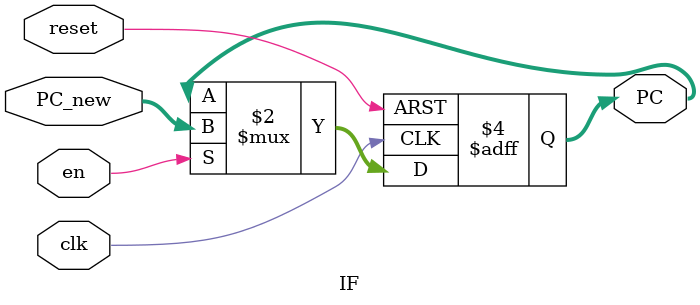
<source format=sv>
module IF (

    input logic         clk,
    input logic         en,
    input logic         reset,

    input logic [31:0]  PC_new,
    output logic [31:0] PC
    
);

    always_ff @( posedge clk or posedge reset ) begin : IF_register

        if (reset) begin
            PC <= '0;
        end

        else if (en) begin
            PC <= PC_new;    
        end

    end
    
endmodule
</source>
